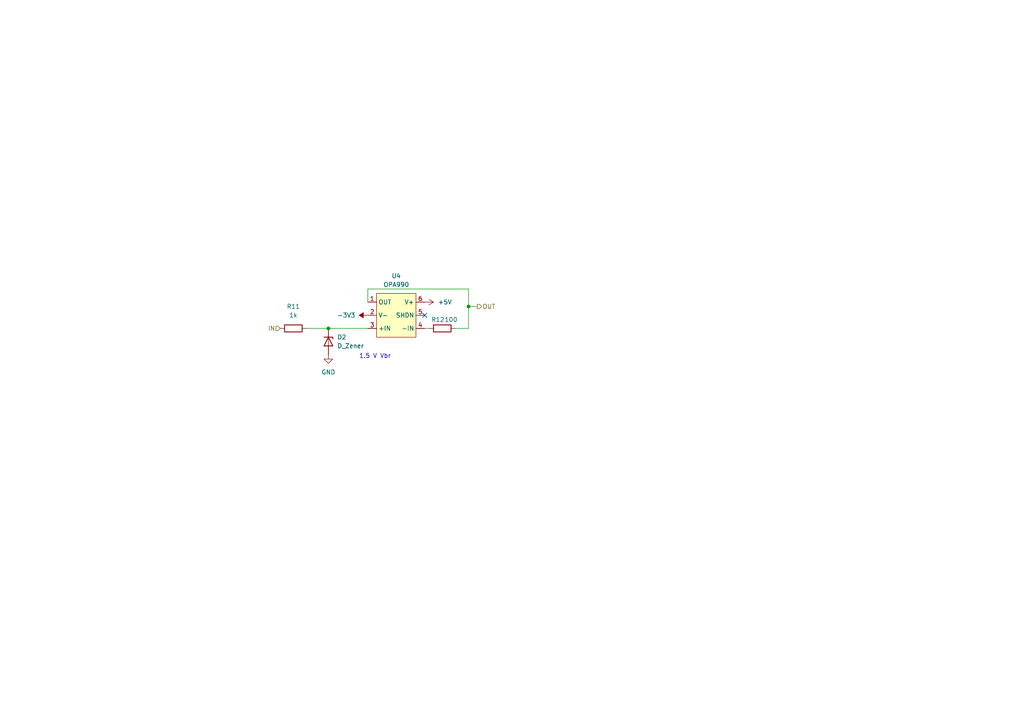
<source format=kicad_sch>
(kicad_sch (version 20211123) (generator eeschema)
  (paper "A4")
  (lib_symbols
    (symbol "Device:D_Zener" (pin_numbers hide) (pin_names (offset 1.016) hide)
      (property "Reference" "D" (at 0 2.54 0))
      (property "Value" "D_Zener" (at 0 -2.54 0))
      (symbol "D_Zener_0_1"
        (polyline (pts (xy 1.27 0) (xy -1.27 0)))
        (polyline (pts (xy -1.27 -1.27) (xy -1.27 1.27) (xy -0.762 1.27)) (stroke (width 0.254)))
        (polyline (pts (xy 1.27 -1.27) (xy 1.27 1.27) (xy -1.27 0) (xy 1.27 -1.27)) (stroke (width 0.254)))
      )
      (symbol "D_Zener_1_1"
        (pin passive line (at -3.81 0 0) (length 2.54) (name "K") (number "1"))
        (pin passive line (at 3.81 0 180) (length 2.54) (name "A") (number "2"))
      )
    )
    (symbol "Device:R" (pin_numbers hide) (pin_names (offset 0))
      (property "Reference" "R" (at 2.032 0 90))
      (property "Value" "R" (at 0 0 90))
      (symbol "R_0_1"
        (rectangle (start -1.016 -2.54) (end 1.016 2.54) (stroke (width 0.254)))
      )
      (symbol "R_1_1"
        (pin passive line (at 0 3.81 270) (length 1.27) (name "~") (number "1"))
        (pin passive line (at 0 -3.81 90) (length 1.27) (name "~") (number "2"))
      )
    )
    (symbol "power:+5V" (power) (pin_names (offset 0))
      (property "Value" "+5V" (at 0 3.556 0))
      (symbol "+5V_0_1"
        (polyline (pts (xy -0.762 1.27) (xy 0 2.54)))
        (polyline (pts (xy 0 0) (xy 0 2.54)))
        (polyline (pts (xy 0 2.54) (xy 0.762 1.27)))
      )
      (symbol "+5V_1_1"
        (pin power_in line (at 0 0 90) (length 0) hide (name "+5V") (number "1"))
      )
    )
    (symbol "power:-3V3" (power) (pin_names (offset 0))
      (property "Value" "-3V3" (at 0 3.81 0))
      (symbol "-3V3_0_0"
        (pin power_in line (at 0 0 90) (length 0) hide (name "-3V3") (number "1"))
      )
      (symbol "-3V3_0_1"
        (polyline (pts (xy 0 0) (xy 0 1.27) (xy 0.762 1.27) (xy 0 2.54) (xy -0.762 1.27) (xy 0 1.27)) (fill (type outline)))
      )
    )
    (symbol "power:GND" (power) (pin_names (offset 0))
      (property "Value" "GND" (at 0 -3.81 0))
      (symbol "GND_0_1"
        (polyline (pts (xy 0 0) (xy 0 -1.27) (xy 1.27 -1.27) (xy 0 -2.54) (xy -1.27 -1.27) (xy 0 -1.27)))
      )
      (symbol "GND_1_1"
        (pin power_in line (at 0 0 270) (length 0) hide (name "GND") (number "1"))
      )
    )
    (symbol "preamp_amplifiers:OPA990"
      (property "Reference" "U" (at 0 10.16 0))
      (property "Value" "OPA990" (at 0 7.62 0))
      (symbol "OPA990_0_1"
        (rectangle (start -6.35 5.08) (end 5.08 -7.62) (fill (type background)))
      )
      (symbol "OPA990_1_1"
        (pin output line (at -8.89 2.54 0) (length 2.54) (name "OUT") (number "1"))
        (pin power_in line (at -8.89 -1.27 0) (length 2.54) (name "V-") (number "2"))
        (pin input line (at -8.89 -5.08 0) (length 2.54) (name "+IN") (number "3"))
        (pin input line (at 7.62 -5.08 180) (length 2.54) (name "-IN") (number "4"))
        (pin input line (at 7.62 -1.27 180) (length 2.54) (name "SHDN") (number "5"))
        (pin power_in line (at 7.62 2.54 180) (length 2.54) (name "V+") (number "6"))
      )
    )
  )
  (junction (at 95.25 95.25))
  (junction (at 135.89 88.9))
  (no_connect (at 123.19 91.44))
  (wire (pts (xy 135.89 88.9) (xy 135.89 83.82)))
  (wire (pts (xy 106.68 83.82) (xy 106.68 87.63)))
  (wire (pts (xy 135.89 83.82) (xy 106.68 83.82)))
  (wire (pts (xy 135.89 95.25) (xy 135.89 88.9)))
  (wire (pts (xy 123.19 95.25) (xy 124.46 95.25)))
  (wire (pts (xy 135.89 88.9) (xy 138.43 88.9)))
  (wire (pts (xy 88.9 95.25) (xy 95.25 95.25)))
  (wire (pts (xy 132.08 95.25) (xy 135.89 95.25)))
  (wire (pts (xy 95.25 95.25) (xy 106.68 95.25)))
  (text "1.5 V Vbr" (at 104.14 104.14 0) (effects (font (size 1.27 1.27)) (justify left bottom)))
  (hierarchical_label "OUT" (shape output) (at 138.43 88.9 0))
  (hierarchical_label "IN" (shape input) (at 81.28 95.25 180))
  (symbol (lib_id "power:-3V3") (at 106.68 91.44 90) (unit 1)
    (property "Reference" "#PWR0124" (effects hide))
    (property "Value" "-3V3" (at 97.79 91.44 90) (effects (justify right)))
  )
  (symbol (lib_id "Device:R") (at 128.27 95.25 90) (unit 1)
    (property "Reference" "R12" (at 127 92.71 90))
    (property "Value" "100" (at 130.81 92.71 90))
    (property "Footprint" "Resistor_SMD:R_0805_2012Metric_Pad1.20x1.40mm_HandSolder" (effects hide))
  )
  (symbol (lib_id "power:+5V") (at 123.19 87.63 270) (unit 1)
    (property "Reference" "#PWR0123" (effects hide))
    (property "Value" "+5V" (at 127 87.6299 90) (effects (justify left)))
  )
  (symbol (lib_id "Device:D_Zener") (at 95.25 99.06 270) (unit 1)
    (property "Reference" "D2" (at 97.79 97.7899 90) (effects (justify left)))
    (property "Value" "D_Zener" (at 97.79 100.3299 90) (effects (justify left)))
    (property "Footprint" "Diode_SMD:D_SOD-323_HandSoldering" (effects hide))
  )
  (symbol (lib_id "preamp_amplifiers:OPA990") (at 115.57 90.17 0) (unit 1)
    (property "Reference" "U4" (at 114.935 80.01 0))
    (property "Value" "OPA990" (at 114.935 82.55 0))
    (property "Footprint" "Package_TO_SOT_SMD:SOT-23-6_Handsoldering" (effects hide))
  )
  (symbol (lib_id "Device:R") (at 85.09 95.25 90) (unit 1)
    (property "Reference" "R11" (at 85.09 88.9 90))
    (property "Value" "1k" (at 85.09 91.44 90))
    (property "Footprint" "Resistor_SMD:R_0805_2012Metric_Pad1.20x1.40mm_HandSolder" (effects hide))
  )
  (symbol (lib_id "power:GND") (at 95.25 102.87 0) (unit 1)
    (property "Reference" "#PWR0125" (effects hide))
    (property "Value" "GND" (at 95.25 107.95 0))
  )
)
</source>
